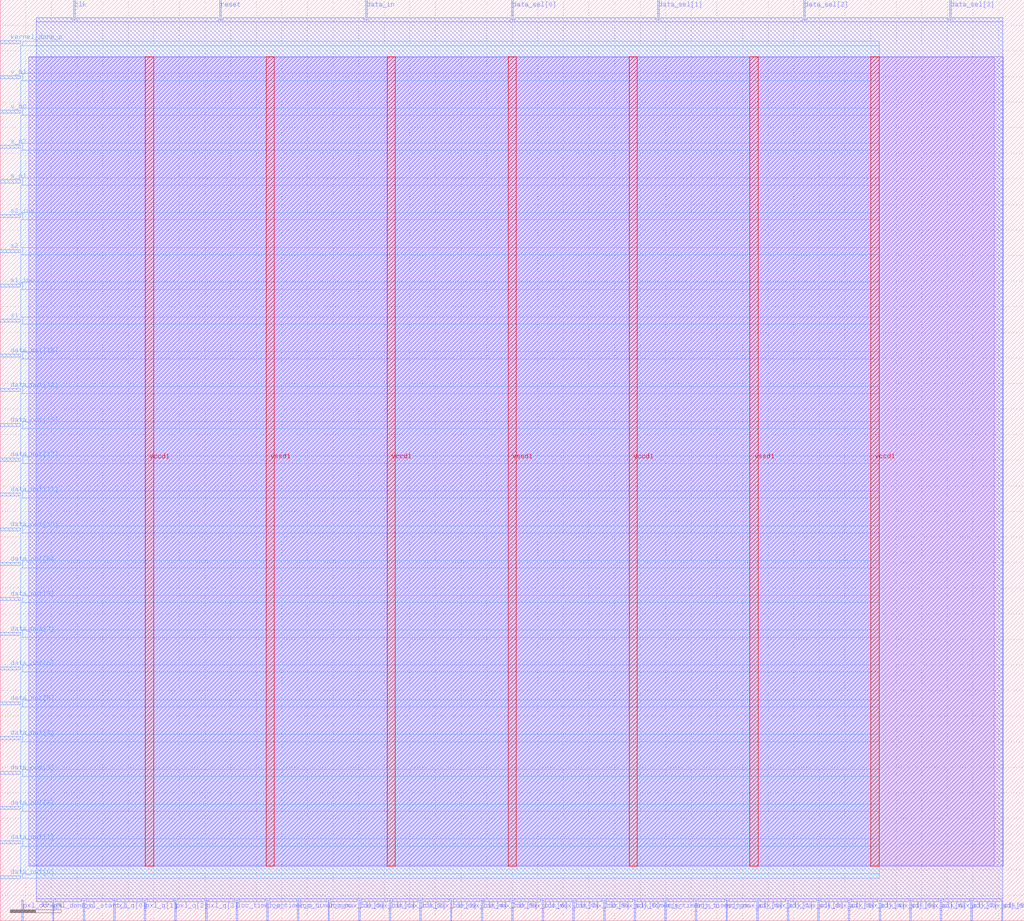
<source format=lef>
VERSION 5.7 ;
  NOWIREEXTENSIONATPIN ON ;
  DIVIDERCHAR "/" ;
  BUSBITCHARS "[]" ;
MACRO pixel
  CLASS BLOCK ;
  FOREIGN pixel ;
  ORIGIN 0.000 0.000 ;
  SIZE 200.000 BY 180.000 ;
  PIN adj_max_clk[0]
    DIRECTION INPUT ;
    USE SIGNAL ;
    PORT
      LAYER met2 ;
        RECT 141.770 0.000 142.050 4.000 ;
    END
  END adj_max_clk[0]
  PIN adj_max_clk[1]
    DIRECTION INPUT ;
    USE SIGNAL ;
    PORT
      LAYER met2 ;
        RECT 147.750 0.000 148.030 4.000 ;
    END
  END adj_max_clk[1]
  PIN adj_max_clk[2]
    DIRECTION INPUT ;
    USE SIGNAL ;
    PORT
      LAYER met2 ;
        RECT 153.730 0.000 154.010 4.000 ;
    END
  END adj_max_clk[2]
  PIN adj_max_clk[3]
    DIRECTION INPUT ;
    USE SIGNAL ;
    PORT
      LAYER met2 ;
        RECT 159.710 0.000 159.990 4.000 ;
    END
  END adj_max_clk[3]
  PIN adj_max_clk[4]
    DIRECTION INPUT ;
    USE SIGNAL ;
    PORT
      LAYER met2 ;
        RECT 165.690 0.000 165.970 4.000 ;
    END
  END adj_max_clk[4]
  PIN adj_max_clk[5]
    DIRECTION INPUT ;
    USE SIGNAL ;
    PORT
      LAYER met2 ;
        RECT 171.670 0.000 171.950 4.000 ;
    END
  END adj_max_clk[5]
  PIN adj_max_clk[6]
    DIRECTION INPUT ;
    USE SIGNAL ;
    PORT
      LAYER met2 ;
        RECT 177.650 0.000 177.930 4.000 ;
    END
  END adj_max_clk[6]
  PIN adj_max_clk[7]
    DIRECTION INPUT ;
    USE SIGNAL ;
    PORT
      LAYER met2 ;
        RECT 183.630 0.000 183.910 4.000 ;
    END
  END adj_max_clk[7]
  PIN adj_max_clk[8]
    DIRECTION INPUT ;
    USE SIGNAL ;
    PORT
      LAYER met2 ;
        RECT 189.610 0.000 189.890 4.000 ;
    END
  END adj_max_clk[8]
  PIN adj_max_clk[9]
    DIRECTION INPUT ;
    USE SIGNAL ;
    PORT
      LAYER met2 ;
        RECT 195.590 0.000 195.870 4.000 ;
    END
  END adj_max_clk[9]
  PIN adj_timer_en
    DIRECTION OUTPUT TRISTATE ;
    USE SIGNAL ;
    PORT
      LAYER met2 ;
        RECT 123.830 0.000 124.110 4.000 ;
    END
  END adj_timer_en
  PIN adj_timer_m_i
    DIRECTION INPUT ;
    USE SIGNAL ;
    PORT
      LAYER met2 ;
        RECT 129.810 0.000 130.090 4.000 ;
    END
  END adj_timer_m_i
  PIN adj_timer_max
    DIRECTION OUTPUT TRISTATE ;
    USE SIGNAL ;
    PORT
      LAYER met2 ;
        RECT 135.790 0.000 136.070 4.000 ;
    END
  END adj_timer_max
  PIN clk
    DIRECTION INPUT ;
    USE SIGNAL ;
    PORT
      LAYER met2 ;
        RECT 14.350 176.000 14.630 180.000 ;
    END
  END clk
  PIN data_in
    DIRECTION INPUT ;
    USE SIGNAL ;
    PORT
      LAYER met2 ;
        RECT 71.390 176.000 71.670 180.000 ;
    END
  END data_in
  PIN data_out[0]
    DIRECTION OUTPUT TRISTATE ;
    USE SIGNAL ;
    PORT
      LAYER met3 ;
        RECT 0.000 8.200 4.000 8.800 ;
    END
  END data_out[0]
  PIN data_out[10]
    DIRECTION OUTPUT TRISTATE ;
    USE SIGNAL ;
    PORT
      LAYER met3 ;
        RECT 0.000 76.200 4.000 76.800 ;
    END
  END data_out[10]
  PIN data_out[11]
    DIRECTION OUTPUT TRISTATE ;
    USE SIGNAL ;
    PORT
      LAYER met3 ;
        RECT 0.000 83.000 4.000 83.600 ;
    END
  END data_out[11]
  PIN data_out[12]
    DIRECTION OUTPUT TRISTATE ;
    USE SIGNAL ;
    PORT
      LAYER met3 ;
        RECT 0.000 89.800 4.000 90.400 ;
    END
  END data_out[12]
  PIN data_out[13]
    DIRECTION OUTPUT TRISTATE ;
    USE SIGNAL ;
    PORT
      LAYER met3 ;
        RECT 0.000 96.600 4.000 97.200 ;
    END
  END data_out[13]
  PIN data_out[14]
    DIRECTION OUTPUT TRISTATE ;
    USE SIGNAL ;
    PORT
      LAYER met3 ;
        RECT 0.000 103.400 4.000 104.000 ;
    END
  END data_out[14]
  PIN data_out[15]
    DIRECTION OUTPUT TRISTATE ;
    USE SIGNAL ;
    PORT
      LAYER met3 ;
        RECT 0.000 110.200 4.000 110.800 ;
    END
  END data_out[15]
  PIN data_out[1]
    DIRECTION OUTPUT TRISTATE ;
    USE SIGNAL ;
    PORT
      LAYER met3 ;
        RECT 0.000 15.000 4.000 15.600 ;
    END
  END data_out[1]
  PIN data_out[2]
    DIRECTION OUTPUT TRISTATE ;
    USE SIGNAL ;
    PORT
      LAYER met3 ;
        RECT 0.000 21.800 4.000 22.400 ;
    END
  END data_out[2]
  PIN data_out[3]
    DIRECTION OUTPUT TRISTATE ;
    USE SIGNAL ;
    PORT
      LAYER met3 ;
        RECT 0.000 28.600 4.000 29.200 ;
    END
  END data_out[3]
  PIN data_out[4]
    DIRECTION OUTPUT TRISTATE ;
    USE SIGNAL ;
    PORT
      LAYER met3 ;
        RECT 0.000 35.400 4.000 36.000 ;
    END
  END data_out[4]
  PIN data_out[5]
    DIRECTION OUTPUT TRISTATE ;
    USE SIGNAL ;
    PORT
      LAYER met3 ;
        RECT 0.000 42.200 4.000 42.800 ;
    END
  END data_out[5]
  PIN data_out[6]
    DIRECTION OUTPUT TRISTATE ;
    USE SIGNAL ;
    PORT
      LAYER met3 ;
        RECT 0.000 49.000 4.000 49.600 ;
    END
  END data_out[6]
  PIN data_out[7]
    DIRECTION OUTPUT TRISTATE ;
    USE SIGNAL ;
    PORT
      LAYER met3 ;
        RECT 0.000 55.800 4.000 56.400 ;
    END
  END data_out[7]
  PIN data_out[8]
    DIRECTION OUTPUT TRISTATE ;
    USE SIGNAL ;
    PORT
      LAYER met3 ;
        RECT 0.000 62.600 4.000 63.200 ;
    END
  END data_out[8]
  PIN data_out[9]
    DIRECTION OUTPUT TRISTATE ;
    USE SIGNAL ;
    PORT
      LAYER met3 ;
        RECT 0.000 69.400 4.000 70.000 ;
    END
  END data_out[9]
  PIN data_sel[0]
    DIRECTION OUTPUT TRISTATE ;
    USE SIGNAL ;
    PORT
      LAYER met2 ;
        RECT 99.910 176.000 100.190 180.000 ;
    END
  END data_sel[0]
  PIN data_sel[1]
    DIRECTION OUTPUT TRISTATE ;
    USE SIGNAL ;
    PORT
      LAYER met2 ;
        RECT 128.430 176.000 128.710 180.000 ;
    END
  END data_sel[1]
  PIN data_sel[2]
    DIRECTION OUTPUT TRISTATE ;
    USE SIGNAL ;
    PORT
      LAYER met2 ;
        RECT 156.950 176.000 157.230 180.000 ;
    END
  END data_sel[2]
  PIN data_sel[3]
    DIRECTION OUTPUT TRISTATE ;
    USE SIGNAL ;
    PORT
      LAYER met2 ;
        RECT 185.470 176.000 185.750 180.000 ;
    END
  END data_sel[3]
  PIN kernel_done_o
    DIRECTION OUTPUT TRISTATE ;
    USE SIGNAL ;
    PORT
      LAYER met3 ;
        RECT 0.000 171.400 4.000 172.000 ;
    END
  END kernel_done_o
  PIN loc_max_clk[0]
    DIRECTION INPUT ;
    USE SIGNAL ;
    PORT
      LAYER met2 ;
        RECT 64.030 0.000 64.310 4.000 ;
    END
  END loc_max_clk[0]
  PIN loc_max_clk[1]
    DIRECTION INPUT ;
    USE SIGNAL ;
    PORT
      LAYER met2 ;
        RECT 70.010 0.000 70.290 4.000 ;
    END
  END loc_max_clk[1]
  PIN loc_max_clk[2]
    DIRECTION INPUT ;
    USE SIGNAL ;
    PORT
      LAYER met2 ;
        RECT 75.990 0.000 76.270 4.000 ;
    END
  END loc_max_clk[2]
  PIN loc_max_clk[3]
    DIRECTION INPUT ;
    USE SIGNAL ;
    PORT
      LAYER met2 ;
        RECT 81.970 0.000 82.250 4.000 ;
    END
  END loc_max_clk[3]
  PIN loc_max_clk[4]
    DIRECTION INPUT ;
    USE SIGNAL ;
    PORT
      LAYER met2 ;
        RECT 87.950 0.000 88.230 4.000 ;
    END
  END loc_max_clk[4]
  PIN loc_max_clk[5]
    DIRECTION INPUT ;
    USE SIGNAL ;
    PORT
      LAYER met2 ;
        RECT 93.930 0.000 94.210 4.000 ;
    END
  END loc_max_clk[5]
  PIN loc_max_clk[6]
    DIRECTION INPUT ;
    USE SIGNAL ;
    PORT
      LAYER met2 ;
        RECT 99.910 0.000 100.190 4.000 ;
    END
  END loc_max_clk[6]
  PIN loc_max_clk[7]
    DIRECTION INPUT ;
    USE SIGNAL ;
    PORT
      LAYER met2 ;
        RECT 105.890 0.000 106.170 4.000 ;
    END
  END loc_max_clk[7]
  PIN loc_max_clk[8]
    DIRECTION INPUT ;
    USE SIGNAL ;
    PORT
      LAYER met2 ;
        RECT 111.870 0.000 112.150 4.000 ;
    END
  END loc_max_clk[8]
  PIN loc_max_clk[9]
    DIRECTION INPUT ;
    USE SIGNAL ;
    PORT
      LAYER met2 ;
        RECT 117.850 0.000 118.130 4.000 ;
    END
  END loc_max_clk[9]
  PIN loc_timer_en
    DIRECTION OUTPUT TRISTATE ;
    USE SIGNAL ;
    PORT
      LAYER met2 ;
        RECT 46.090 0.000 46.370 4.000 ;
    END
  END loc_timer_en
  PIN loc_timer_m_i
    DIRECTION INPUT ;
    USE SIGNAL ;
    PORT
      LAYER met2 ;
        RECT 52.070 0.000 52.350 4.000 ;
    END
  END loc_timer_m_i
  PIN loc_timer_max
    DIRECTION OUTPUT TRISTATE ;
    USE SIGNAL ;
    PORT
      LAYER met2 ;
        RECT 58.050 0.000 58.330 4.000 ;
    END
  END loc_timer_max
  PIN pxl_done_i
    DIRECTION INPUT ;
    USE SIGNAL ;
    PORT
      LAYER met2 ;
        RECT 4.230 0.000 4.510 4.000 ;
    END
  END pxl_done_i
  PIN pxl_done_o
    DIRECTION OUTPUT TRISTATE ;
    USE SIGNAL ;
    PORT
      LAYER met2 ;
        RECT 10.210 0.000 10.490 4.000 ;
    END
  END pxl_done_o
  PIN pxl_q[0]
    DIRECTION OUTPUT TRISTATE ;
    USE SIGNAL ;
    PORT
      LAYER met2 ;
        RECT 22.170 0.000 22.450 4.000 ;
    END
  END pxl_q[0]
  PIN pxl_q[1]
    DIRECTION OUTPUT TRISTATE ;
    USE SIGNAL ;
    PORT
      LAYER met2 ;
        RECT 28.150 0.000 28.430 4.000 ;
    END
  END pxl_q[1]
  PIN pxl_q[2]
    DIRECTION OUTPUT TRISTATE ;
    USE SIGNAL ;
    PORT
      LAYER met2 ;
        RECT 34.130 0.000 34.410 4.000 ;
    END
  END pxl_q[2]
  PIN pxl_q[3]
    DIRECTION OUTPUT TRISTATE ;
    USE SIGNAL ;
    PORT
      LAYER met2 ;
        RECT 40.110 0.000 40.390 4.000 ;
    END
  END pxl_q[3]
  PIN pxl_start_i
    DIRECTION INPUT ;
    USE SIGNAL ;
    PORT
      LAYER met2 ;
        RECT 16.190 0.000 16.470 4.000 ;
    END
  END pxl_start_i
  PIN reset
    DIRECTION INPUT ;
    USE SIGNAL ;
    PORT
      LAYER met2 ;
        RECT 42.870 176.000 43.150 180.000 ;
    END
  END reset
  PIN s1
    DIRECTION OUTPUT TRISTATE ;
    USE SIGNAL ;
    PORT
      LAYER met3 ;
        RECT 0.000 117.000 4.000 117.600 ;
    END
  END s1
  PIN s1_inv
    DIRECTION OUTPUT TRISTATE ;
    USE SIGNAL ;
    PORT
      LAYER met3 ;
        RECT 0.000 123.800 4.000 124.400 ;
    END
  END s1_inv
  PIN s2
    DIRECTION OUTPUT TRISTATE ;
    USE SIGNAL ;
    PORT
      LAYER met3 ;
        RECT 0.000 130.600 4.000 131.200 ;
    END
  END s2
  PIN s2_inv
    DIRECTION OUTPUT TRISTATE ;
    USE SIGNAL ;
    PORT
      LAYER met3 ;
        RECT 0.000 137.400 4.000 138.000 ;
    END
  END s2_inv
  PIN s_p1
    DIRECTION OUTPUT TRISTATE ;
    USE SIGNAL ;
    PORT
      LAYER met3 ;
        RECT 0.000 144.200 4.000 144.800 ;
    END
  END s_p1
  PIN s_p2
    DIRECTION OUTPUT TRISTATE ;
    USE SIGNAL ;
    PORT
      LAYER met3 ;
        RECT 0.000 151.000 4.000 151.600 ;
    END
  END s_p2
  PIN v_b0
    DIRECTION OUTPUT TRISTATE ;
    USE SIGNAL ;
    PORT
      LAYER met3 ;
        RECT 0.000 157.800 4.000 158.400 ;
    END
  END v_b0
  PIN v_b1
    DIRECTION OUTPUT TRISTATE ;
    USE SIGNAL ;
    PORT
      LAYER met3 ;
        RECT 0.000 164.600 4.000 165.200 ;
    END
  END v_b1
  PIN vccd1
    DIRECTION INOUT ;
    USE POWER ;
    PORT
      LAYER met4 ;
        RECT 28.340 10.640 29.940 168.880 ;
    END
    PORT
      LAYER met4 ;
        RECT 75.580 10.640 77.180 168.880 ;
    END
    PORT
      LAYER met4 ;
        RECT 122.820 10.640 124.420 168.880 ;
    END
    PORT
      LAYER met4 ;
        RECT 170.060 10.640 171.660 168.880 ;
    END
  END vccd1
  PIN vssd1
    DIRECTION INOUT ;
    USE GROUND ;
    PORT
      LAYER met4 ;
        RECT 51.960 10.640 53.560 168.880 ;
    END
    PORT
      LAYER met4 ;
        RECT 99.200 10.640 100.800 168.880 ;
    END
    PORT
      LAYER met4 ;
        RECT 146.440 10.640 148.040 168.880 ;
    END
  END vssd1
  OBS
      LAYER li1 ;
        RECT 5.520 10.795 194.120 168.725 ;
      LAYER met1 ;
        RECT 5.520 10.640 195.890 168.880 ;
      LAYER met2 ;
        RECT 6.990 175.720 14.070 176.530 ;
        RECT 14.910 175.720 42.590 176.530 ;
        RECT 43.430 175.720 71.110 176.530 ;
        RECT 71.950 175.720 99.630 176.530 ;
        RECT 100.470 175.720 128.150 176.530 ;
        RECT 128.990 175.720 156.670 176.530 ;
        RECT 157.510 175.720 185.190 176.530 ;
        RECT 186.030 175.720 195.860 176.530 ;
        RECT 6.990 4.280 195.860 175.720 ;
        RECT 6.990 3.670 9.930 4.280 ;
        RECT 10.770 3.670 15.910 4.280 ;
        RECT 16.750 3.670 21.890 4.280 ;
        RECT 22.730 3.670 27.870 4.280 ;
        RECT 28.710 3.670 33.850 4.280 ;
        RECT 34.690 3.670 39.830 4.280 ;
        RECT 40.670 3.670 45.810 4.280 ;
        RECT 46.650 3.670 51.790 4.280 ;
        RECT 52.630 3.670 57.770 4.280 ;
        RECT 58.610 3.670 63.750 4.280 ;
        RECT 64.590 3.670 69.730 4.280 ;
        RECT 70.570 3.670 75.710 4.280 ;
        RECT 76.550 3.670 81.690 4.280 ;
        RECT 82.530 3.670 87.670 4.280 ;
        RECT 88.510 3.670 93.650 4.280 ;
        RECT 94.490 3.670 99.630 4.280 ;
        RECT 100.470 3.670 105.610 4.280 ;
        RECT 106.450 3.670 111.590 4.280 ;
        RECT 112.430 3.670 117.570 4.280 ;
        RECT 118.410 3.670 123.550 4.280 ;
        RECT 124.390 3.670 129.530 4.280 ;
        RECT 130.370 3.670 135.510 4.280 ;
        RECT 136.350 3.670 141.490 4.280 ;
        RECT 142.330 3.670 147.470 4.280 ;
        RECT 148.310 3.670 153.450 4.280 ;
        RECT 154.290 3.670 159.430 4.280 ;
        RECT 160.270 3.670 165.410 4.280 ;
        RECT 166.250 3.670 171.390 4.280 ;
        RECT 172.230 3.670 177.370 4.280 ;
        RECT 178.210 3.670 183.350 4.280 ;
        RECT 184.190 3.670 189.330 4.280 ;
        RECT 190.170 3.670 195.310 4.280 ;
      LAYER met3 ;
        RECT 4.400 171.000 171.650 171.865 ;
        RECT 4.000 165.600 171.650 171.000 ;
        RECT 4.400 164.200 171.650 165.600 ;
        RECT 4.000 158.800 171.650 164.200 ;
        RECT 4.400 157.400 171.650 158.800 ;
        RECT 4.000 152.000 171.650 157.400 ;
        RECT 4.400 150.600 171.650 152.000 ;
        RECT 4.000 145.200 171.650 150.600 ;
        RECT 4.400 143.800 171.650 145.200 ;
        RECT 4.000 138.400 171.650 143.800 ;
        RECT 4.400 137.000 171.650 138.400 ;
        RECT 4.000 131.600 171.650 137.000 ;
        RECT 4.400 130.200 171.650 131.600 ;
        RECT 4.000 124.800 171.650 130.200 ;
        RECT 4.400 123.400 171.650 124.800 ;
        RECT 4.000 118.000 171.650 123.400 ;
        RECT 4.400 116.600 171.650 118.000 ;
        RECT 4.000 111.200 171.650 116.600 ;
        RECT 4.400 109.800 171.650 111.200 ;
        RECT 4.000 104.400 171.650 109.800 ;
        RECT 4.400 103.000 171.650 104.400 ;
        RECT 4.000 97.600 171.650 103.000 ;
        RECT 4.400 96.200 171.650 97.600 ;
        RECT 4.000 90.800 171.650 96.200 ;
        RECT 4.400 89.400 171.650 90.800 ;
        RECT 4.000 84.000 171.650 89.400 ;
        RECT 4.400 82.600 171.650 84.000 ;
        RECT 4.000 77.200 171.650 82.600 ;
        RECT 4.400 75.800 171.650 77.200 ;
        RECT 4.000 70.400 171.650 75.800 ;
        RECT 4.400 69.000 171.650 70.400 ;
        RECT 4.000 63.600 171.650 69.000 ;
        RECT 4.400 62.200 171.650 63.600 ;
        RECT 4.000 56.800 171.650 62.200 ;
        RECT 4.400 55.400 171.650 56.800 ;
        RECT 4.000 50.000 171.650 55.400 ;
        RECT 4.400 48.600 171.650 50.000 ;
        RECT 4.000 43.200 171.650 48.600 ;
        RECT 4.400 41.800 171.650 43.200 ;
        RECT 4.000 36.400 171.650 41.800 ;
        RECT 4.400 35.000 171.650 36.400 ;
        RECT 4.000 29.600 171.650 35.000 ;
        RECT 4.400 28.200 171.650 29.600 ;
        RECT 4.000 22.800 171.650 28.200 ;
        RECT 4.400 21.400 171.650 22.800 ;
        RECT 4.000 16.000 171.650 21.400 ;
        RECT 4.400 14.600 171.650 16.000 ;
        RECT 4.000 9.200 171.650 14.600 ;
        RECT 4.400 8.335 171.650 9.200 ;
  END
END pixel
END LIBRARY


</source>
